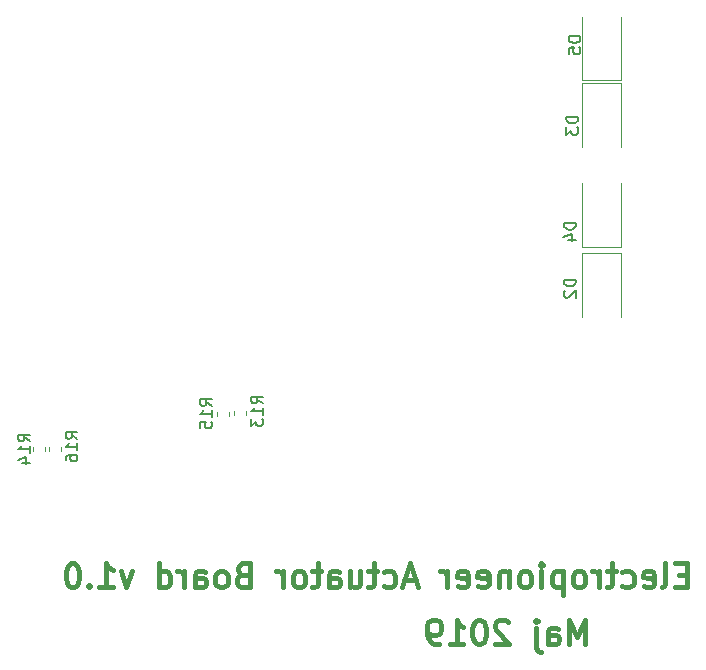
<source format=gbr>
G04 #@! TF.GenerationSoftware,KiCad,Pcbnew,(5.1.0)-1*
G04 #@! TF.CreationDate,2019-05-09T16:46:23+02:00*
G04 #@! TF.ProjectId,Actuator,41637475-6174-46f7-922e-6b696361645f,rev?*
G04 #@! TF.SameCoordinates,Original*
G04 #@! TF.FileFunction,Legend,Bot*
G04 #@! TF.FilePolarity,Positive*
%FSLAX46Y46*%
G04 Gerber Fmt 4.6, Leading zero omitted, Abs format (unit mm)*
G04 Created by KiCad (PCBNEW (5.1.0)-1) date 2019-05-09 16:46:23*
%MOMM*%
%LPD*%
G04 APERTURE LIST*
%ADD10C,0.400000*%
%ADD11C,0.120000*%
%ADD12C,0.150000*%
G04 APERTURE END LIST*
D10*
X139019047Y-123504761D02*
X139019047Y-121504761D01*
X138352380Y-122933333D01*
X137685714Y-121504761D01*
X137685714Y-123504761D01*
X135876190Y-123504761D02*
X135876190Y-122457142D01*
X135971428Y-122266666D01*
X136161904Y-122171428D01*
X136542857Y-122171428D01*
X136733333Y-122266666D01*
X135876190Y-123409523D02*
X136066666Y-123504761D01*
X136542857Y-123504761D01*
X136733333Y-123409523D01*
X136828571Y-123219047D01*
X136828571Y-123028571D01*
X136733333Y-122838095D01*
X136542857Y-122742857D01*
X136066666Y-122742857D01*
X135876190Y-122647619D01*
X134923809Y-122171428D02*
X134923809Y-123885714D01*
X135019047Y-124076190D01*
X135209523Y-124171428D01*
X135304761Y-124171428D01*
X134923809Y-121504761D02*
X135019047Y-121600000D01*
X134923809Y-121695238D01*
X134828571Y-121600000D01*
X134923809Y-121504761D01*
X134923809Y-121695238D01*
X132542857Y-121695238D02*
X132447619Y-121600000D01*
X132257142Y-121504761D01*
X131780952Y-121504761D01*
X131590476Y-121600000D01*
X131495238Y-121695238D01*
X131400000Y-121885714D01*
X131400000Y-122076190D01*
X131495238Y-122361904D01*
X132638095Y-123504761D01*
X131400000Y-123504761D01*
X130161904Y-121504761D02*
X129971428Y-121504761D01*
X129780952Y-121600000D01*
X129685714Y-121695238D01*
X129590476Y-121885714D01*
X129495238Y-122266666D01*
X129495238Y-122742857D01*
X129590476Y-123123809D01*
X129685714Y-123314285D01*
X129780952Y-123409523D01*
X129971428Y-123504761D01*
X130161904Y-123504761D01*
X130352380Y-123409523D01*
X130447619Y-123314285D01*
X130542857Y-123123809D01*
X130638095Y-122742857D01*
X130638095Y-122266666D01*
X130542857Y-121885714D01*
X130447619Y-121695238D01*
X130352380Y-121600000D01*
X130161904Y-121504761D01*
X127590476Y-123504761D02*
X128733333Y-123504761D01*
X128161904Y-123504761D02*
X128161904Y-121504761D01*
X128352380Y-121790476D01*
X128542857Y-121980952D01*
X128733333Y-122076190D01*
X126638095Y-123504761D02*
X126257142Y-123504761D01*
X126066666Y-123409523D01*
X125971428Y-123314285D01*
X125780952Y-123028571D01*
X125685714Y-122647619D01*
X125685714Y-121885714D01*
X125780952Y-121695238D01*
X125876190Y-121600000D01*
X126066666Y-121504761D01*
X126447619Y-121504761D01*
X126638095Y-121600000D01*
X126733333Y-121695238D01*
X126828571Y-121885714D01*
X126828571Y-122361904D01*
X126733333Y-122552380D01*
X126638095Y-122647619D01*
X126447619Y-122742857D01*
X126066666Y-122742857D01*
X125876190Y-122647619D01*
X125780952Y-122552380D01*
X125685714Y-122361904D01*
X147638095Y-117657142D02*
X146971428Y-117657142D01*
X146685714Y-118704761D02*
X147638095Y-118704761D01*
X147638095Y-116704761D01*
X146685714Y-116704761D01*
X145542857Y-118704761D02*
X145733333Y-118609523D01*
X145828571Y-118419047D01*
X145828571Y-116704761D01*
X144019047Y-118609523D02*
X144209523Y-118704761D01*
X144590476Y-118704761D01*
X144780952Y-118609523D01*
X144876190Y-118419047D01*
X144876190Y-117657142D01*
X144780952Y-117466666D01*
X144590476Y-117371428D01*
X144209523Y-117371428D01*
X144019047Y-117466666D01*
X143923809Y-117657142D01*
X143923809Y-117847619D01*
X144876190Y-118038095D01*
X142209523Y-118609523D02*
X142400000Y-118704761D01*
X142780952Y-118704761D01*
X142971428Y-118609523D01*
X143066666Y-118514285D01*
X143161904Y-118323809D01*
X143161904Y-117752380D01*
X143066666Y-117561904D01*
X142971428Y-117466666D01*
X142780952Y-117371428D01*
X142400000Y-117371428D01*
X142209523Y-117466666D01*
X141638095Y-117371428D02*
X140876190Y-117371428D01*
X141352380Y-116704761D02*
X141352380Y-118419047D01*
X141257142Y-118609523D01*
X141066666Y-118704761D01*
X140876190Y-118704761D01*
X140209523Y-118704761D02*
X140209523Y-117371428D01*
X140209523Y-117752380D02*
X140114285Y-117561904D01*
X140019047Y-117466666D01*
X139828571Y-117371428D01*
X139638095Y-117371428D01*
X138685714Y-118704761D02*
X138876190Y-118609523D01*
X138971428Y-118514285D01*
X139066666Y-118323809D01*
X139066666Y-117752380D01*
X138971428Y-117561904D01*
X138876190Y-117466666D01*
X138685714Y-117371428D01*
X138400000Y-117371428D01*
X138209523Y-117466666D01*
X138114285Y-117561904D01*
X138019047Y-117752380D01*
X138019047Y-118323809D01*
X138114285Y-118514285D01*
X138209523Y-118609523D01*
X138400000Y-118704761D01*
X138685714Y-118704761D01*
X137161904Y-117371428D02*
X137161904Y-119371428D01*
X137161904Y-117466666D02*
X136971428Y-117371428D01*
X136590476Y-117371428D01*
X136400000Y-117466666D01*
X136304761Y-117561904D01*
X136209523Y-117752380D01*
X136209523Y-118323809D01*
X136304761Y-118514285D01*
X136400000Y-118609523D01*
X136590476Y-118704761D01*
X136971428Y-118704761D01*
X137161904Y-118609523D01*
X135352380Y-118704761D02*
X135352380Y-117371428D01*
X135352380Y-116704761D02*
X135447619Y-116800000D01*
X135352380Y-116895238D01*
X135257142Y-116800000D01*
X135352380Y-116704761D01*
X135352380Y-116895238D01*
X134114285Y-118704761D02*
X134304761Y-118609523D01*
X134400000Y-118514285D01*
X134495238Y-118323809D01*
X134495238Y-117752380D01*
X134400000Y-117561904D01*
X134304761Y-117466666D01*
X134114285Y-117371428D01*
X133828571Y-117371428D01*
X133638095Y-117466666D01*
X133542857Y-117561904D01*
X133447619Y-117752380D01*
X133447619Y-118323809D01*
X133542857Y-118514285D01*
X133638095Y-118609523D01*
X133828571Y-118704761D01*
X134114285Y-118704761D01*
X132590476Y-117371428D02*
X132590476Y-118704761D01*
X132590476Y-117561904D02*
X132495238Y-117466666D01*
X132304761Y-117371428D01*
X132019047Y-117371428D01*
X131828571Y-117466666D01*
X131733333Y-117657142D01*
X131733333Y-118704761D01*
X130019047Y-118609523D02*
X130209523Y-118704761D01*
X130590476Y-118704761D01*
X130780952Y-118609523D01*
X130876190Y-118419047D01*
X130876190Y-117657142D01*
X130780952Y-117466666D01*
X130590476Y-117371428D01*
X130209523Y-117371428D01*
X130019047Y-117466666D01*
X129923809Y-117657142D01*
X129923809Y-117847619D01*
X130876190Y-118038095D01*
X128304761Y-118609523D02*
X128495238Y-118704761D01*
X128876190Y-118704761D01*
X129066666Y-118609523D01*
X129161904Y-118419047D01*
X129161904Y-117657142D01*
X129066666Y-117466666D01*
X128876190Y-117371428D01*
X128495238Y-117371428D01*
X128304761Y-117466666D01*
X128209523Y-117657142D01*
X128209523Y-117847619D01*
X129161904Y-118038095D01*
X127352380Y-118704761D02*
X127352380Y-117371428D01*
X127352380Y-117752380D02*
X127257142Y-117561904D01*
X127161904Y-117466666D01*
X126971428Y-117371428D01*
X126780952Y-117371428D01*
X124685714Y-118133333D02*
X123733333Y-118133333D01*
X124876190Y-118704761D02*
X124209523Y-116704761D01*
X123542857Y-118704761D01*
X122019047Y-118609523D02*
X122209523Y-118704761D01*
X122590476Y-118704761D01*
X122780952Y-118609523D01*
X122876190Y-118514285D01*
X122971428Y-118323809D01*
X122971428Y-117752380D01*
X122876190Y-117561904D01*
X122780952Y-117466666D01*
X122590476Y-117371428D01*
X122209523Y-117371428D01*
X122019047Y-117466666D01*
X121447619Y-117371428D02*
X120685714Y-117371428D01*
X121161904Y-116704761D02*
X121161904Y-118419047D01*
X121066666Y-118609523D01*
X120876190Y-118704761D01*
X120685714Y-118704761D01*
X119161904Y-117371428D02*
X119161904Y-118704761D01*
X120019047Y-117371428D02*
X120019047Y-118419047D01*
X119923809Y-118609523D01*
X119733333Y-118704761D01*
X119447619Y-118704761D01*
X119257142Y-118609523D01*
X119161904Y-118514285D01*
X117352380Y-118704761D02*
X117352380Y-117657142D01*
X117447619Y-117466666D01*
X117638095Y-117371428D01*
X118019047Y-117371428D01*
X118209523Y-117466666D01*
X117352380Y-118609523D02*
X117542857Y-118704761D01*
X118019047Y-118704761D01*
X118209523Y-118609523D01*
X118304761Y-118419047D01*
X118304761Y-118228571D01*
X118209523Y-118038095D01*
X118019047Y-117942857D01*
X117542857Y-117942857D01*
X117352380Y-117847619D01*
X116685714Y-117371428D02*
X115923809Y-117371428D01*
X116400000Y-116704761D02*
X116400000Y-118419047D01*
X116304761Y-118609523D01*
X116114285Y-118704761D01*
X115923809Y-118704761D01*
X114971428Y-118704761D02*
X115161904Y-118609523D01*
X115257142Y-118514285D01*
X115352380Y-118323809D01*
X115352380Y-117752380D01*
X115257142Y-117561904D01*
X115161904Y-117466666D01*
X114971428Y-117371428D01*
X114685714Y-117371428D01*
X114495238Y-117466666D01*
X114400000Y-117561904D01*
X114304761Y-117752380D01*
X114304761Y-118323809D01*
X114400000Y-118514285D01*
X114495238Y-118609523D01*
X114685714Y-118704761D01*
X114971428Y-118704761D01*
X113447619Y-118704761D02*
X113447619Y-117371428D01*
X113447619Y-117752380D02*
X113352380Y-117561904D01*
X113257142Y-117466666D01*
X113066666Y-117371428D01*
X112876190Y-117371428D01*
X110019047Y-117657142D02*
X109733333Y-117752380D01*
X109638095Y-117847619D01*
X109542857Y-118038095D01*
X109542857Y-118323809D01*
X109638095Y-118514285D01*
X109733333Y-118609523D01*
X109923809Y-118704761D01*
X110685714Y-118704761D01*
X110685714Y-116704761D01*
X110019047Y-116704761D01*
X109828571Y-116800000D01*
X109733333Y-116895238D01*
X109638095Y-117085714D01*
X109638095Y-117276190D01*
X109733333Y-117466666D01*
X109828571Y-117561904D01*
X110019047Y-117657142D01*
X110685714Y-117657142D01*
X108400000Y-118704761D02*
X108590476Y-118609523D01*
X108685714Y-118514285D01*
X108780952Y-118323809D01*
X108780952Y-117752380D01*
X108685714Y-117561904D01*
X108590476Y-117466666D01*
X108400000Y-117371428D01*
X108114285Y-117371428D01*
X107923809Y-117466666D01*
X107828571Y-117561904D01*
X107733333Y-117752380D01*
X107733333Y-118323809D01*
X107828571Y-118514285D01*
X107923809Y-118609523D01*
X108114285Y-118704761D01*
X108400000Y-118704761D01*
X106019047Y-118704761D02*
X106019047Y-117657142D01*
X106114285Y-117466666D01*
X106304761Y-117371428D01*
X106685714Y-117371428D01*
X106876190Y-117466666D01*
X106019047Y-118609523D02*
X106209523Y-118704761D01*
X106685714Y-118704761D01*
X106876190Y-118609523D01*
X106971428Y-118419047D01*
X106971428Y-118228571D01*
X106876190Y-118038095D01*
X106685714Y-117942857D01*
X106209523Y-117942857D01*
X106019047Y-117847619D01*
X105066666Y-118704761D02*
X105066666Y-117371428D01*
X105066666Y-117752380D02*
X104971428Y-117561904D01*
X104876190Y-117466666D01*
X104685714Y-117371428D01*
X104495238Y-117371428D01*
X102971428Y-118704761D02*
X102971428Y-116704761D01*
X102971428Y-118609523D02*
X103161904Y-118704761D01*
X103542857Y-118704761D01*
X103733333Y-118609523D01*
X103828571Y-118514285D01*
X103923809Y-118323809D01*
X103923809Y-117752380D01*
X103828571Y-117561904D01*
X103733333Y-117466666D01*
X103542857Y-117371428D01*
X103161904Y-117371428D01*
X102971428Y-117466666D01*
X100685714Y-117371428D02*
X100209523Y-118704761D01*
X99733333Y-117371428D01*
X97923809Y-118704761D02*
X99066666Y-118704761D01*
X98495238Y-118704761D02*
X98495238Y-116704761D01*
X98685714Y-116990476D01*
X98876190Y-117180952D01*
X99066666Y-117276190D01*
X97066666Y-118514285D02*
X96971428Y-118609523D01*
X97066666Y-118704761D01*
X97161904Y-118609523D01*
X97066666Y-118514285D01*
X97066666Y-118704761D01*
X95733333Y-116704761D02*
X95542857Y-116704761D01*
X95352380Y-116800000D01*
X95257142Y-116895238D01*
X95161904Y-117085714D01*
X95066666Y-117466666D01*
X95066666Y-117942857D01*
X95161904Y-118323809D01*
X95257142Y-118514285D01*
X95352380Y-118609523D01*
X95542857Y-118704761D01*
X95733333Y-118704761D01*
X95923809Y-118609523D01*
X96019047Y-118514285D01*
X96114285Y-118323809D01*
X96209523Y-117942857D01*
X96209523Y-117466666D01*
X96114285Y-117085714D01*
X96019047Y-116895238D01*
X95923809Y-116800000D01*
X95733333Y-116704761D01*
D11*
X138750000Y-90400000D02*
X142050000Y-90400000D01*
X142050000Y-90400000D02*
X142050000Y-95800000D01*
X138750000Y-90400000D02*
X138750000Y-95800000D01*
X138750000Y-76000000D02*
X142050000Y-76000000D01*
X142050000Y-76000000D02*
X142050000Y-81400000D01*
X138750000Y-76000000D02*
X138750000Y-81400000D01*
X142050000Y-89900000D02*
X142050000Y-84500000D01*
X138750000Y-89900000D02*
X138750000Y-84500000D01*
X142050000Y-89900000D02*
X138750000Y-89900000D01*
X142050000Y-75800000D02*
X142050000Y-70400000D01*
X138750000Y-75800000D02*
X138750000Y-70400000D01*
X142050000Y-75800000D02*
X138750000Y-75800000D01*
X110310000Y-103824721D02*
X110310000Y-104150279D01*
X109290000Y-103824721D02*
X109290000Y-104150279D01*
X92290000Y-107175279D02*
X92290000Y-106849721D01*
X93310000Y-107175279D02*
X93310000Y-106849721D01*
X107890000Y-103849721D02*
X107890000Y-104175279D01*
X108910000Y-103849721D02*
X108910000Y-104175279D01*
X94710000Y-107150279D02*
X94710000Y-106824721D01*
X93690000Y-107150279D02*
X93690000Y-106824721D01*
D12*
X138252380Y-92661904D02*
X137252380Y-92661904D01*
X137252380Y-92900000D01*
X137300000Y-93042857D01*
X137395238Y-93138095D01*
X137490476Y-93185714D01*
X137680952Y-93233333D01*
X137823809Y-93233333D01*
X138014285Y-93185714D01*
X138109523Y-93138095D01*
X138204761Y-93042857D01*
X138252380Y-92900000D01*
X138252380Y-92661904D01*
X137347619Y-93614285D02*
X137300000Y-93661904D01*
X137252380Y-93757142D01*
X137252380Y-93995238D01*
X137300000Y-94090476D01*
X137347619Y-94138095D01*
X137442857Y-94185714D01*
X137538095Y-94185714D01*
X137680952Y-94138095D01*
X138252380Y-93566666D01*
X138252380Y-94185714D01*
X138452380Y-78861904D02*
X137452380Y-78861904D01*
X137452380Y-79100000D01*
X137500000Y-79242857D01*
X137595238Y-79338095D01*
X137690476Y-79385714D01*
X137880952Y-79433333D01*
X138023809Y-79433333D01*
X138214285Y-79385714D01*
X138309523Y-79338095D01*
X138404761Y-79242857D01*
X138452380Y-79100000D01*
X138452380Y-78861904D01*
X137452380Y-79766666D02*
X137452380Y-80385714D01*
X137833333Y-80052380D01*
X137833333Y-80195238D01*
X137880952Y-80290476D01*
X137928571Y-80338095D01*
X138023809Y-80385714D01*
X138261904Y-80385714D01*
X138357142Y-80338095D01*
X138404761Y-80290476D01*
X138452380Y-80195238D01*
X138452380Y-79909523D01*
X138404761Y-79814285D01*
X138357142Y-79766666D01*
X138252380Y-87861904D02*
X137252380Y-87861904D01*
X137252380Y-88100000D01*
X137300000Y-88242857D01*
X137395238Y-88338095D01*
X137490476Y-88385714D01*
X137680952Y-88433333D01*
X137823809Y-88433333D01*
X138014285Y-88385714D01*
X138109523Y-88338095D01*
X138204761Y-88242857D01*
X138252380Y-88100000D01*
X138252380Y-87861904D01*
X137585714Y-89290476D02*
X138252380Y-89290476D01*
X137204761Y-89052380D02*
X137919047Y-88814285D01*
X137919047Y-89433333D01*
X138652380Y-72061904D02*
X137652380Y-72061904D01*
X137652380Y-72300000D01*
X137700000Y-72442857D01*
X137795238Y-72538095D01*
X137890476Y-72585714D01*
X138080952Y-72633333D01*
X138223809Y-72633333D01*
X138414285Y-72585714D01*
X138509523Y-72538095D01*
X138604761Y-72442857D01*
X138652380Y-72300000D01*
X138652380Y-72061904D01*
X137652380Y-73538095D02*
X137652380Y-73061904D01*
X138128571Y-73014285D01*
X138080952Y-73061904D01*
X138033333Y-73157142D01*
X138033333Y-73395238D01*
X138080952Y-73490476D01*
X138128571Y-73538095D01*
X138223809Y-73585714D01*
X138461904Y-73585714D01*
X138557142Y-73538095D01*
X138604761Y-73490476D01*
X138652380Y-73395238D01*
X138652380Y-73157142D01*
X138604761Y-73061904D01*
X138557142Y-73014285D01*
X111776380Y-103157142D02*
X111300190Y-102823809D01*
X111776380Y-102585714D02*
X110776380Y-102585714D01*
X110776380Y-102966666D01*
X110824000Y-103061904D01*
X110871619Y-103109523D01*
X110966857Y-103157142D01*
X111109714Y-103157142D01*
X111204952Y-103109523D01*
X111252571Y-103061904D01*
X111300190Y-102966666D01*
X111300190Y-102585714D01*
X111776380Y-104109523D02*
X111776380Y-103538095D01*
X111776380Y-103823809D02*
X110776380Y-103823809D01*
X110919238Y-103728571D01*
X111014476Y-103633333D01*
X111062095Y-103538095D01*
X110776380Y-104442857D02*
X110776380Y-105061904D01*
X111157333Y-104728571D01*
X111157333Y-104871428D01*
X111204952Y-104966666D01*
X111252571Y-105014285D01*
X111347809Y-105061904D01*
X111585904Y-105061904D01*
X111681142Y-105014285D01*
X111728761Y-104966666D01*
X111776380Y-104871428D01*
X111776380Y-104585714D01*
X111728761Y-104490476D01*
X111681142Y-104442857D01*
X92052380Y-106357142D02*
X91576190Y-106023809D01*
X92052380Y-105785714D02*
X91052380Y-105785714D01*
X91052380Y-106166666D01*
X91100000Y-106261904D01*
X91147619Y-106309523D01*
X91242857Y-106357142D01*
X91385714Y-106357142D01*
X91480952Y-106309523D01*
X91528571Y-106261904D01*
X91576190Y-106166666D01*
X91576190Y-105785714D01*
X92052380Y-107309523D02*
X92052380Y-106738095D01*
X92052380Y-107023809D02*
X91052380Y-107023809D01*
X91195238Y-106928571D01*
X91290476Y-106833333D01*
X91338095Y-106738095D01*
X91385714Y-108166666D02*
X92052380Y-108166666D01*
X91004761Y-107928571D02*
X91719047Y-107690476D01*
X91719047Y-108309523D01*
X107452380Y-103357142D02*
X106976190Y-103023809D01*
X107452380Y-102785714D02*
X106452380Y-102785714D01*
X106452380Y-103166666D01*
X106500000Y-103261904D01*
X106547619Y-103309523D01*
X106642857Y-103357142D01*
X106785714Y-103357142D01*
X106880952Y-103309523D01*
X106928571Y-103261904D01*
X106976190Y-103166666D01*
X106976190Y-102785714D01*
X107452380Y-104309523D02*
X107452380Y-103738095D01*
X107452380Y-104023809D02*
X106452380Y-104023809D01*
X106595238Y-103928571D01*
X106690476Y-103833333D01*
X106738095Y-103738095D01*
X106452380Y-105214285D02*
X106452380Y-104738095D01*
X106928571Y-104690476D01*
X106880952Y-104738095D01*
X106833333Y-104833333D01*
X106833333Y-105071428D01*
X106880952Y-105166666D01*
X106928571Y-105214285D01*
X107023809Y-105261904D01*
X107261904Y-105261904D01*
X107357142Y-105214285D01*
X107404761Y-105166666D01*
X107452380Y-105071428D01*
X107452380Y-104833333D01*
X107404761Y-104738095D01*
X107357142Y-104690476D01*
X96052380Y-106157142D02*
X95576190Y-105823809D01*
X96052380Y-105585714D02*
X95052380Y-105585714D01*
X95052380Y-105966666D01*
X95100000Y-106061904D01*
X95147619Y-106109523D01*
X95242857Y-106157142D01*
X95385714Y-106157142D01*
X95480952Y-106109523D01*
X95528571Y-106061904D01*
X95576190Y-105966666D01*
X95576190Y-105585714D01*
X96052380Y-107109523D02*
X96052380Y-106538095D01*
X96052380Y-106823809D02*
X95052380Y-106823809D01*
X95195238Y-106728571D01*
X95290476Y-106633333D01*
X95338095Y-106538095D01*
X95052380Y-107966666D02*
X95052380Y-107776190D01*
X95100000Y-107680952D01*
X95147619Y-107633333D01*
X95290476Y-107538095D01*
X95480952Y-107490476D01*
X95861904Y-107490476D01*
X95957142Y-107538095D01*
X96004761Y-107585714D01*
X96052380Y-107680952D01*
X96052380Y-107871428D01*
X96004761Y-107966666D01*
X95957142Y-108014285D01*
X95861904Y-108061904D01*
X95623809Y-108061904D01*
X95528571Y-108014285D01*
X95480952Y-107966666D01*
X95433333Y-107871428D01*
X95433333Y-107680952D01*
X95480952Y-107585714D01*
X95528571Y-107538095D01*
X95623809Y-107490476D01*
M02*

</source>
